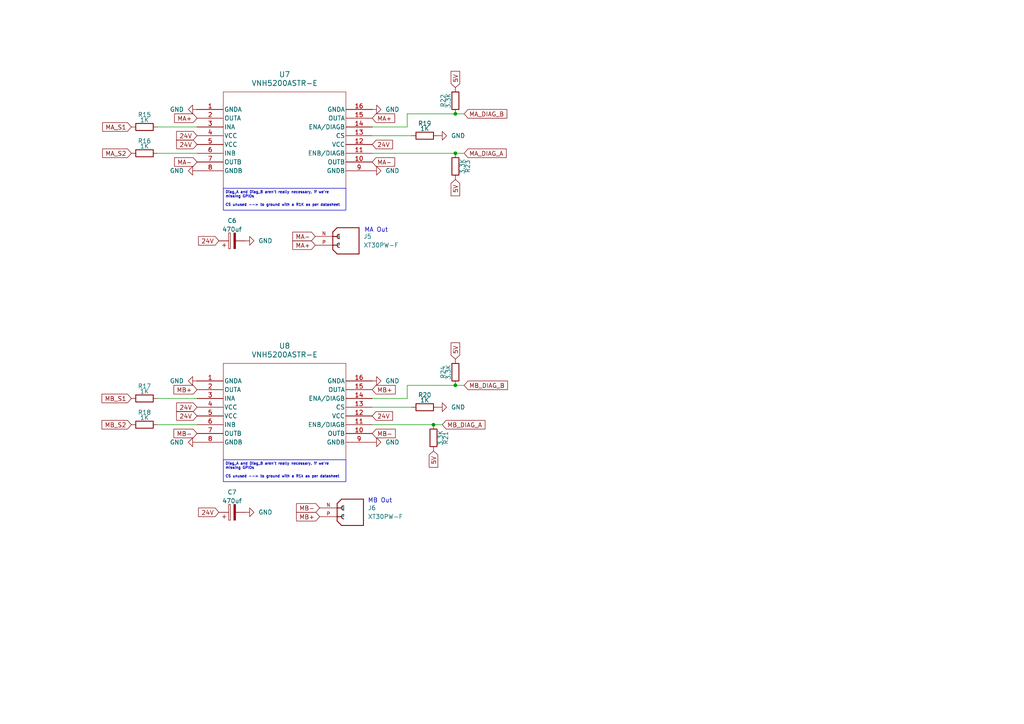
<source format=kicad_sch>
(kicad_sch (version 20231120) (generator "eeschema") (generator_version "8.0")
  (paper "A4")
  (lib_symbols
    (symbol "Device:C_Polarized" (pin_numbers hide) (pin_names (offset 0.254))
      (property "Reference" "C" (at 0.635 2.54 0))
      (property "Value" "C_Polarized" (at 0.635 -2.54 0))
      (symbol "C_Polarized_0_1"
        (rectangle (start -2.286 0.508) (end 2.286 1.016))
        (polyline (pts (xy -1.778 2.286) (xy -0.762 2.286)))
        (polyline (pts (xy -1.27 2.794) (xy -1.27 1.778)))
        (rectangle (start 2.286 -0.508) (end -2.286 -1.016) (fill (type outline)))
      )
      (symbol "C_Polarized_1_1"
        (pin passive line (at 0 3.81 270) (length 2.794) (name "~") (number "1"))
        (pin passive line (at 0 -3.81 90) (length 2.794) (name "~") (number "2"))
      )
    )
    (symbol "Device:R" (pin_numbers hide) (pin_names (offset 0))
      (property "Reference" "R" (at 2.032 0 90))
      (property "Value" "R" (at 0 0 90))
      (symbol "R_0_1"
        (rectangle (start -1.016 -2.54) (end 1.016 2.54) (stroke (width 0.254)))
      )
      (symbol "R_1_1"
        (pin passive line (at 0 3.81 270) (length 1.27) (name "~") (number "1"))
        (pin passive line (at 0 -3.81 90) (length 1.27) (name "~") (number "2"))
      )
    )
    (symbol "VNH5200ASTR_E:VNH5200ASTR-E" (pin_names (offset 0.254))
      (property "Reference" "U" (at 25.4 10.16 0))
      (property "Value" "VNH5200ASTR-E" (at 25.4 7.62 0))
      (symbol "VNH5200ASTR-E_0_1"
        (polyline (pts (xy 7.62 -22.86) (xy 43.18 -22.86)) (stroke (width 0.127)))
        (polyline (pts (xy 7.62 5.08) (xy 7.62 -22.86)) (stroke (width 0.127)))
        (polyline (pts (xy 43.18 -22.86) (xy 43.18 5.08)) (stroke (width 0.127)))
        (polyline (pts (xy 43.18 5.08) (xy 7.62 5.08)) (stroke (width 0.127)))
        (pin power_out line (at 0 0 0) (length 7.62) (name "GNDA") (number "1"))
        (pin output line (at 50.8 -15.24 180) (length 7.62) (name "OUTB") (number "10"))
        (pin unspecified line (at 50.8 -12.7 180) (length 7.62) (name "ENB/DIAGB") (number "11"))
        (pin power_in line (at 50.8 -10.16 180) (length 7.62) (name "VCC") (number "12"))
        (pin unspecified line (at 50.8 -7.62 180) (length 7.62) (name "CS") (number "13"))
        (pin unspecified line (at 50.8 -5.08 180) (length 7.62) (name "ENA/DIAGB") (number "14"))
        (pin output line (at 50.8 -2.54 180) (length 7.62) (name "OUTA") (number "15"))
        (pin power_out line (at 50.8 0 180) (length 7.62) (name "GNDA") (number "16"))
        (pin output line (at 0 -2.54 0) (length 7.62) (name "OUTA") (number "2"))
        (pin input line (at 0 -5.08 0) (length 7.62) (name "INA") (number "3"))
        (pin power_in line (at 0 -7.62 0) (length 7.62) (name "VCC") (number "4"))
        (pin power_in line (at 0 -10.16 0) (length 7.62) (name "VCC") (number "5"))
        (pin input line (at 0 -12.7 0) (length 7.62) (name "INB") (number "6"))
        (pin output line (at 0 -15.24 0) (length 7.62) (name "OUTB") (number "7"))
        (pin power_out line (at 0 -17.78 0) (length 7.62) (name "GNDB") (number "8"))
        (pin power_out line (at 50.8 -17.78 180) (length 7.62) (name "GNDB") (number "9"))
      )
    )
    (symbol "XT30PW-F:XT30PW-F" (pin_names (offset 1.016))
      (property "Reference" "J" (at -7.62 3.81 0))
      (property "Value" "XT30PW-F" (at -7.62 -7.62 0))
      (symbol "XT30PW-F_0_0"
        (arc (start -1.905 -3.175) (mid -1.2727 -2.54) (end -1.905 -1.905) (stroke (width 0.254)))
        (arc (start -1.905 -0.635) (mid -1.2727 0) (end -1.905 0.635) (stroke (width 0.254)))
        (polyline (pts (xy -7.62 -5.08) (xy -7.62 2.54)) (stroke (width 0.254)))
        (polyline (pts (xy -7.62 2.54) (xy -1.27 2.54)) (stroke (width 0.254)))
        (polyline (pts (xy -1.27 -5.08) (xy -7.62 -5.08)) (stroke (width 0.254)))
        (polyline (pts (xy 0 -3.81) (xy -1.27 -5.08)) (stroke (width 0.254)))
        (polyline (pts (xy 0 -2.54) (xy -1.27 -2.54)) (stroke (width 0.254)))
        (polyline (pts (xy 0 0) (xy -1.27 0)) (stroke (width 0.254)))
        (polyline (pts (xy 0 0) (xy 0 -3.81)) (stroke (width 0.254)))
        (polyline (pts (xy 0 1.27) (xy -1.27 2.54)) (stroke (width 0.254)))
        (polyline (pts (xy 0 1.27) (xy 0 0)) (stroke (width 0.254)))
        (pin power_in line (at 5.08 -2.54 180) (length 5.08) (name "N") (number "N"))
        (pin power_in line (at 5.08 0 180) (length 5.08) (name "P") (number "P"))
      )
    )
    (symbol "power:GND" (power) (pin_numbers hide) (pin_names (offset 0) hide)
      (property "Value" "GND" (at 0 -3.81 0))
      (symbol "GND_0_1"
        (polyline (pts (xy 0 0) (xy 0 -1.27) (xy 1.27 -1.27) (xy 0 -2.54) (xy -1.27 -1.27) (xy 0 -1.27)))
      )
      (symbol "GND_1_1"
        (pin power_in line (at 0 0 270) (length 0) (name "~") (number "1"))
      )
    )
  )
  (junction (at 125.73 123.19))
  (junction (at 132.08 33.02))
  (junction (at 132.08 111.76))
  (junction (at 132.08 44.45))
  (wire (pts (xy 118.11 111.76) (xy 118.11 115.57)))
  (wire (pts (xy 118.11 33.02) (xy 118.11 36.83)))
  (wire (pts (xy 107.95 118.11) (xy 119.38 118.11)))
  (wire (pts (xy 45.72 44.45) (xy 57.15 44.45)))
  (wire (pts (xy 45.72 115.57) (xy 57.15 115.57)))
  (wire (pts (xy 132.08 44.45) (xy 134.62 44.45)))
  (wire (pts (xy 107.95 44.45) (xy 132.08 44.45)))
  (wire (pts (xy 107.95 39.37) (xy 119.38 39.37)))
  (wire (pts (xy 118.11 33.02) (xy 132.08 33.02)))
  (wire (pts (xy 125.73 123.19) (xy 128.27 123.19)))
  (wire (pts (xy 134.62 111.76) (xy 132.08 111.76)))
  (wire (pts (xy 45.72 123.19) (xy 57.15 123.19)))
  (wire (pts (xy 45.72 36.83) (xy 57.15 36.83)))
  (wire (pts (xy 118.11 36.83) (xy 107.95 36.83)))
  (wire (pts (xy 134.62 33.02) (xy 132.08 33.02)))
  (wire (pts (xy 118.11 111.76) (xy 132.08 111.76)))
  (wire (pts (xy 107.95 123.19) (xy 125.73 123.19)))
  (wire (pts (xy 118.11 115.57) (xy 107.95 115.57)))
  (text_box "Diag_A and Diag_B aren't really necessary, if we're missing GPIOs\n\nCS unused --> to ground with a R1k as per datasheet " (at 64.77 133.35 0) (size 35.56 6.35) (effects (font (size 0.762 0.762)) (justify left top)))
  (text_box "Diag_A and Diag_B aren't really necessary, if we're missing GPIOs\n\nCS unused --> to ground with a R1K as per datasheet " (at 64.77 54.61 0) (size 35.56 6.35) (effects (font (size 0.762 0.762)) (justify left top)))
  (text "MA Out" (at 105.664 66.802 0) (effects (font (size 1.27 1.27)) (justify left)))
  (text "MB Out" (at 106.68 145.288 0) (effects (font (size 1.27 1.27)) (justify left)))
  (global_label "MA+" (shape input) (at 91.44 71.12 180) (property "Intersheetrefs" "${INTERSHEET_REFS}" (effects (hide yes))))
  (global_label "MA-" (shape input) (at 91.44 68.58 180) (property "Intersheetrefs" "${INTERSHEET_REFS}" (effects (hide yes))))
  (global_label "5V" (shape input) (at 132.08 25.4 90) (property "Intersheetrefs" "${INTERSHEET_REFS}" (effects (hide yes))))
  (global_label "MB_DIAG_B" (shape input) (at 134.62 111.76 0) (property "Intersheetrefs" "${INTERSHEET_REFS}" (effects (hide yes))))
  (global_label "24V" (shape input) (at 107.95 120.65 0) (property "Intersheetrefs" "${INTERSHEET_REFS}" (effects (hide yes))))
  (global_label "24V" (shape input) (at 63.5 148.59 180) (property "Intersheetrefs" "${INTERSHEET_REFS}" (effects (hide yes))))
  (global_label "MA_S2" (shape input) (at 38.1 44.45 180) (property "Intersheetrefs" "${INTERSHEET_REFS}" (effects (hide yes))))
  (global_label "MA_S1" (shape input) (at 38.1 36.83 180) (property "Intersheetrefs" "${INTERSHEET_REFS}" (effects (hide yes))))
  (global_label "24V" (shape input) (at 107.95 41.91 0) (property "Intersheetrefs" "${INTERSHEET_REFS}" (effects (hide yes))))
  (global_label "MB_DIAG_A" (shape input) (at 128.27 123.19 0) (property "Intersheetrefs" "${INTERSHEET_REFS}" (effects (hide yes))))
  (global_label "MB_S2" (shape input) (at 38.1 123.19 180) (property "Intersheetrefs" "${INTERSHEET_REFS}" (effects (hide yes))))
  (global_label "MB-" (shape input) (at 57.15 125.73 180) (property "Intersheetrefs" "${INTERSHEET_REFS}" (effects (hide yes))))
  (global_label "MB+" (shape input) (at 107.95 113.03 0) (property "Intersheetrefs" "${INTERSHEET_REFS}" (effects (hide yes))))
  (global_label "24V" (shape input) (at 57.15 39.37 180) (property "Intersheetrefs" "${INTERSHEET_REFS}" (effects (hide yes))))
  (global_label "MA+" (shape input) (at 107.95 34.29 0) (property "Intersheetrefs" "${INTERSHEET_REFS}" (effects (hide yes))))
  (global_label "24V" (shape input) (at 57.15 118.11 180) (property "Intersheetrefs" "${INTERSHEET_REFS}" (effects (hide yes))))
  (global_label "MB-" (shape input) (at 107.95 125.73 0) (property "Intersheetrefs" "${INTERSHEET_REFS}" (effects (hide yes))))
  (global_label "5V" (shape input) (at 132.08 52.07 270) (property "Intersheetrefs" "${INTERSHEET_REFS}" (effects (hide yes))))
  (global_label "24V" (shape input) (at 63.5 69.85 180) (property "Intersheetrefs" "${INTERSHEET_REFS}" (effects (hide yes))))
  (global_label "MA_DIAG_A" (shape input) (at 134.62 44.45 0) (property "Intersheetrefs" "${INTERSHEET_REFS}" (effects (hide yes))))
  (global_label "5V" (shape input) (at 132.08 104.14 90) (property "Intersheetrefs" "${INTERSHEET_REFS}" (effects (hide yes))))
  (global_label "24V" (shape input) (at 57.15 41.91 180) (property "Intersheetrefs" "${INTERSHEET_REFS}" (effects (hide yes))))
  (global_label "MB-" (shape input) (at 92.71 147.32 180) (property "Intersheetrefs" "${INTERSHEET_REFS}" (effects (hide yes))))
  (global_label "MA-" (shape input) (at 107.95 46.99 0) (property "Intersheetrefs" "${INTERSHEET_REFS}" (effects (hide yes))))
  (global_label "MB+" (shape input) (at 57.15 113.03 180) (property "Intersheetrefs" "${INTERSHEET_REFS}" (effects (hide yes))))
  (global_label "MA_DIAG_B" (shape input) (at 134.62 33.02 0) (property "Intersheetrefs" "${INTERSHEET_REFS}" (effects (hide yes))))
  (global_label "5V" (shape input) (at 125.73 130.81 270) (property "Intersheetrefs" "${INTERSHEET_REFS}" (effects (hide yes))))
  (global_label "24V" (shape input) (at 57.15 120.65 180) (property "Intersheetrefs" "${INTERSHEET_REFS}" (effects (hide yes))))
  (global_label "MB+" (shape input) (at 92.71 149.86 180) (property "Intersheetrefs" "${INTERSHEET_REFS}" (effects (hide yes))))
  (global_label "MA+" (shape input) (at 57.15 34.29 180) (property "Intersheetrefs" "${INTERSHEET_REFS}" (effects (hide yes))))
  (global_label "MB_S1" (shape input) (at 38.1 115.57 180) (property "Intersheetrefs" "${INTERSHEET_REFS}" (effects (hide yes))))
  (global_label "MA-" (shape input) (at 57.15 46.99 180) (property "Intersheetrefs" "${INTERSHEET_REFS}" (effects (hide yes))))
  (symbol (lib_id "VNH5200ASTR_E:VNH5200ASTR-E") (at 57.15 110.49 0) (unit 1)
    (property "Reference" "U8" (at 82.55 100.33 0) (effects (font (size 1.524 1.524))))
    (property "Value" "VNH5200ASTR-E" (at 82.55 102.87 0) (effects (font (size 1.524 1.524))))
    (property "Footprint" "SO_200AS-E_STM" (effects (hide yes)))
    (property "Datasheet" "VNH5200ASTR-E" (effects (hide yes)))
  )
  (symbol (lib_id "Device:R") (at 132.08 48.26 0) (unit 1)
    (property "Reference" "R23" (at 135.636 48.26 90))
    (property "Value" "3.3K" (at 134.112 48.26 90))
    (property "Footprint" "Resistor_SMD:R_0805_2012Metric_Pad1.20x1.40mm_HandSolder" (effects (hide yes)))
    (property "Description" "Resistor" (effects (hide yes)))
  )
  (symbol (lib_id "power:GND") (at 107.95 49.53 90) (unit 1)
    (property "Reference" "#PWR033" (effects (hide yes)))
    (property "Value" "GND" (at 111.76 49.5299 90) (effects (justify right)))
    (property "Description" "Power symbol creates a global label with name \"GND\" , ground" (effects (hide yes)))
  )
  (symbol (lib_id "Device:C_Polarized") (at 67.31 148.59 90) (unit 1)
    (property "Reference" "C7" (at 67.31 142.748 90))
    (property "Value" "470uf" (at 67.31 145.288 90))
    (property "Footprint" "Capacitor_THT:CP_Radial_D10.0mm_P5.00mm" (effects (hide yes)))
    (property "Description" "Polarized capacitor 478-RPF1013471M035KTR-ND" (effects (hide yes)))
  )
  (symbol (lib_id "Device:R") (at 41.91 36.83 90) (unit 1)
    (property "Reference" "R15" (at 41.91 33.274 90))
    (property "Value" "1K" (at 41.91 34.798 90))
    (property "Footprint" "Resistor_SMD:R_0805_2012Metric_Pad1.20x1.40mm_HandSolder" (effects (hide yes)))
    (property "Description" "Resistor" (effects (hide yes)))
  )
  (symbol (lib_id "XT30PW-F:XT30PW-F") (at 97.79 149.86 180) (unit 1)
    (property "Reference" "J6" (at 106.68 147.3199 0) (effects (justify right)))
    (property "Value" "XT30PW-F" (at 106.68 149.8599 0) (effects (justify right)))
    (property "Footprint" "XT30PW-F:AMASS_XT30PW-F" (effects (hide yes)))
    (property "MF" "amass" (effects (hide yes)))
    (property "MAXIMUM_PACKAGE_HEIGHT" "5 mm" (effects (hide yes)))
    (property "Package" "None" (effects (hide yes)))
    (property "Price" "None" (effects (hide yes)))
    (property "Check_prices" "https://www.snapeda.com/parts/XT30PW-F/AMASS/view-part/?ref=eda" (effects (hide yes)))
    (property "STANDARD" "Manufacturer Recommendations" (effects (hide yes)))
    (property "PARTREV" "1.2" (effects (hide yes)))
    (property "SnapEDA_Link" "https://www.snapeda.com/parts/XT30PW-F/AMASS/view-part/?ref=snap" (effects (hide yes)))
    (property "MP" "XT30PW-F" (effects (hide yes)))
    (property "Description_1" "\nSocket; DC supply; XT30; female; PIN: 2; on PCBs; THT; yellow; 15A\n" (effects (hide yes)))
    (property "MANUFACTURER" "Amass" (effects (hide yes)))
    (property "Availability" "Not in stock" (effects (hide yes)))
    (property "SNAPEDA_PN" "XT30PW-F" (effects (hide yes)))
  )
  (symbol (lib_id "power:GND") (at 57.15 49.53 270) (unit 1)
    (property "Reference" "#PWR027" (effects (hide yes)))
    (property "Value" "GND" (at 53.34 49.5299 90) (effects (justify right)))
    (property "Description" "Power symbol creates a global label with name \"GND\" , ground" (effects (hide yes)))
  )
  (symbol (lib_id "Device:R") (at 125.73 127 0) (unit 1)
    (property "Reference" "R21" (at 129.286 127 90))
    (property "Value" "3.3K" (at 127.762 127 90))
    (property "Footprint" "Resistor_SMD:R_0805_2012Metric_Pad1.20x1.40mm_HandSolder" (effects (hide yes)))
    (property "Description" "Resistor" (effects (hide yes)))
  )
  (symbol (lib_id "power:GND") (at 127 39.37 90) (unit 1)
    (property "Reference" "#PWR036" (effects (hide yes)))
    (property "Value" "GND" (at 130.81 39.3699 90) (effects (justify right)))
    (property "Description" "Power symbol creates a global label with name \"GND\" , ground" (effects (hide yes)))
  )
  (symbol (lib_id "power:GND") (at 107.95 31.75 90) (unit 1)
    (property "Reference" "#PWR032" (effects (hide yes)))
    (property "Value" "GND" (at 111.76 31.7499 90) (effects (justify right)))
    (property "Description" "Power symbol creates a global label with name \"GND\" , ground" (effects (hide yes)))
  )
  (symbol (lib_id "power:GND") (at 71.12 148.59 90) (unit 1)
    (property "Reference" "#PWR031" (effects (hide yes)))
    (property "Value" "GND" (at 74.93 148.5899 90) (effects (justify right)))
    (property "Description" "Power symbol creates a global label with name \"GND\" , ground" (effects (hide yes)))
  )
  (symbol (lib_id "power:GND") (at 57.15 128.27 270) (unit 1)
    (property "Reference" "#PWR029" (effects (hide yes)))
    (property "Value" "GND" (at 53.34 128.2699 90) (effects (justify right)))
    (property "Description" "Power symbol creates a global label with name \"GND\" , ground" (effects (hide yes)))
  )
  (symbol (lib_id "power:GND") (at 107.95 128.27 90) (unit 1)
    (property "Reference" "#PWR035" (effects (hide yes)))
    (property "Value" "GND" (at 111.76 128.2699 90) (effects (justify right)))
    (property "Description" "Power symbol creates a global label with name \"GND\" , ground" (effects (hide yes)))
  )
  (symbol (lib_id "power:GND") (at 107.95 110.49 90) (unit 1)
    (property "Reference" "#PWR034" (effects (hide yes)))
    (property "Value" "GND" (at 111.76 110.4899 90) (effects (justify right)))
    (property "Description" "Power symbol creates a global label with name \"GND\" , ground" (effects (hide yes)))
  )
  (symbol (lib_id "power:GND") (at 57.15 31.75 270) (unit 1)
    (property "Reference" "#PWR026" (effects (hide yes)))
    (property "Value" "GND" (at 53.34 31.7499 90) (effects (justify right)))
    (property "Description" "Power symbol creates a global label with name \"GND\" , ground" (effects (hide yes)))
  )
  (symbol (lib_id "power:GND") (at 71.12 69.85 90) (unit 1)
    (property "Reference" "#PWR030" (effects (hide yes)))
    (property "Value" "GND" (at 74.93 69.8499 90) (effects (justify right)))
    (property "Description" "Power symbol creates a global label with name \"GND\" , ground" (effects (hide yes)))
  )
  (symbol (lib_id "Device:R") (at 132.08 107.95 180) (unit 1)
    (property "Reference" "R24" (at 128.524 107.95 90))
    (property "Value" "3.3K" (at 130.048 107.95 90))
    (property "Footprint" "Resistor_SMD:R_0805_2012Metric_Pad1.20x1.40mm_HandSolder" (effects (hide yes)))
    (property "Description" "Resistor" (effects (hide yes)))
  )
  (symbol (lib_id "Device:R") (at 132.08 29.21 180) (unit 1)
    (property "Reference" "R22" (at 128.524 29.21 90))
    (property "Value" "3.3K" (at 130.048 29.21 90))
    (property "Footprint" "Resistor_SMD:R_0805_2012Metric_Pad1.20x1.40mm_HandSolder" (effects (hide yes)))
    (property "Description" "Resistor" (effects (hide yes)))
  )
  (symbol (lib_id "Device:R") (at 123.19 39.37 90) (unit 1)
    (property "Reference" "R19" (at 123.19 35.814 90))
    (property "Value" "1K" (at 123.19 37.338 90))
    (property "Footprint" "Resistor_SMD:R_0805_2012Metric_Pad1.20x1.40mm_HandSolder" (effects (hide yes)))
    (property "Description" "Resistor" (effects (hide yes)))
  )
  (symbol (lib_id "Device:R") (at 41.91 123.19 90) (unit 1)
    (property "Reference" "R18" (at 41.91 119.634 90))
    (property "Value" "1K" (at 41.91 121.158 90))
    (property "Footprint" "Resistor_SMD:R_0805_2012Metric_Pad1.20x1.40mm_HandSolder" (effects (hide yes)))
    (property "Description" "Resistor" (effects (hide yes)))
  )
  (symbol (lib_id "power:GND") (at 127 118.11 90) (unit 1)
    (property "Reference" "#PWR037" (effects (hide yes)))
    (property "Value" "GND" (at 130.81 118.1099 90) (effects (justify right)))
    (property "Description" "Power symbol creates a global label with name \"GND\" , ground" (effects (hide yes)))
  )
  (symbol (lib_id "XT30PW-F:XT30PW-F") (at 96.52 71.12 180) (unit 1)
    (property "Reference" "J5" (at 105.41 68.5799 0) (effects (justify right)))
    (property "Value" "XT30PW-F" (at 105.41 71.1199 0) (effects (justify right)))
    (property "Footprint" "XT30PW-F:AMASS_XT30PW-F" (effects (hide yes)))
    (property "MF" "amass" (effects (hide yes)))
    (property "MAXIMUM_PACKAGE_HEIGHT" "5 mm" (effects (hide yes)))
    (property "Package" "None" (effects (hide yes)))
    (property "Price" "None" (effects (hide yes)))
    (property "Check_prices" "https://www.snapeda.com/parts/XT30PW-F/AMASS/view-part/?ref=eda" (effects (hide yes)))
    (property "STANDARD" "Manufacturer Recommendations" (effects (hide yes)))
    (property "PARTREV" "1.2" (effects (hide yes)))
    (property "SnapEDA_Link" "https://www.snapeda.com/parts/XT30PW-F/AMASS/view-part/?ref=snap" (effects (hide yes)))
    (property "MP" "XT30PW-F" (effects (hide yes)))
    (property "Description_1" "\nSocket; DC supply; XT30; female; PIN: 2; on PCBs; THT; yellow; 15A\n" (effects (hide yes)))
    (property "MANUFACTURER" "Amass" (effects (hide yes)))
    (property "Availability" "Not in stock" (effects (hide yes)))
    (property "SNAPEDA_PN" "XT30PW-F" (effects (hide yes)))
  )
  (symbol (lib_id "VNH5200ASTR_E:VNH5200ASTR-E") (at 57.15 31.75 0) (unit 1)
    (property "Reference" "U7" (at 82.55 21.59 0) (effects (font (size 1.524 1.524))))
    (property "Value" "VNH5200ASTR-E" (at 82.55 24.13 0) (effects (font (size 1.524 1.524))))
    (property "Footprint" "SO_200AS-E_STM" (effects (hide yes)))
    (property "Datasheet" "VNH5200ASTR-E" (effects (hide yes)))
  )
  (symbol (lib_id "Device:R") (at 41.91 115.57 90) (unit 1)
    (property "Reference" "R17" (at 41.91 112.014 90))
    (property "Value" "1K" (at 41.91 113.538 90))
    (property "Footprint" "Resistor_SMD:R_0805_2012Metric_Pad1.20x1.40mm_HandSolder" (effects (hide yes)))
    (property "Description" "Resistor" (effects (hide yes)))
  )
  (symbol (lib_id "Device:R") (at 41.91 44.45 90) (unit 1)
    (property "Reference" "R16" (at 41.91 40.894 90))
    (property "Value" "1K" (at 41.91 42.418 90))
    (property "Footprint" "Resistor_SMD:R_0805_2012Metric_Pad1.20x1.40mm_HandSolder" (effects (hide yes)))
    (property "Description" "Resistor" (effects (hide yes)))
  )
  (symbol (lib_id "Device:C_Polarized") (at 67.31 69.85 90) (unit 1)
    (property "Reference" "C6" (at 67.31 64.008 90))
    (property "Value" "470uf" (at 67.31 66.548 90))
    (property "Footprint" "Capacitor_THT:CP_Radial_D10.0mm_P5.00mm" (effects (hide yes)))
    (property "Description" "Polarized capacitor 478-RPF1013471M035KTR-ND" (effects (hide yes)))
  )
  (symbol (lib_id "power:GND") (at 57.15 110.49 270) (unit 1)
    (property "Reference" "#PWR028" (effects (hide yes)))
    (property "Value" "GND" (at 53.34 110.4899 90) (effects (justify right)))
    (property "Description" "Power symbol creates a global label with name \"GND\" , ground" (effects (hide yes)))
  )
  (symbol (lib_id "Device:R") (at 123.19 118.11 90) (unit 1)
    (property "Reference" "R20" (at 123.19 114.554 90))
    (property "Value" "1K" (at 123.19 116.078 90))
    (property "Footprint" "Resistor_SMD:R_0805_2012Metric_Pad1.20x1.40mm_HandSolder" (effects (hide yes)))
    (property "Description" "Resistor" (effects (hide yes)))
  )
)
</source>
